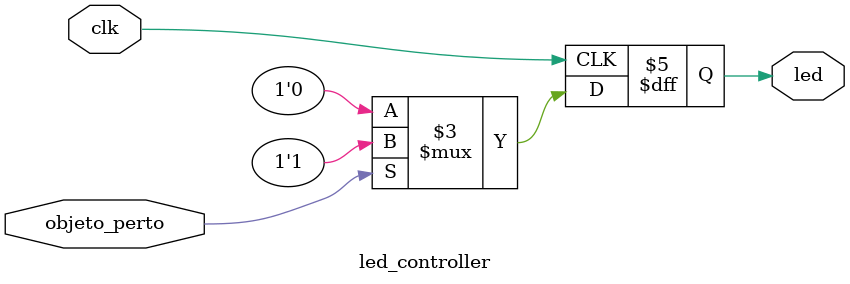
<source format=v>
module led_controller (
    input wire clk,                // Clock
    input wire objeto_perto,       // Sinal indicando se o objeto está próximo
    output reg led                 // Saída para o LED
);

    always @(posedge clk) begin
        if (objeto_perto) begin
            led <= 1; // Liga o LED se o objeto estiver próximo
        end else begin
            led <= 0; // Desliga o LED caso contrário
        end
    end
endmodule

</source>
